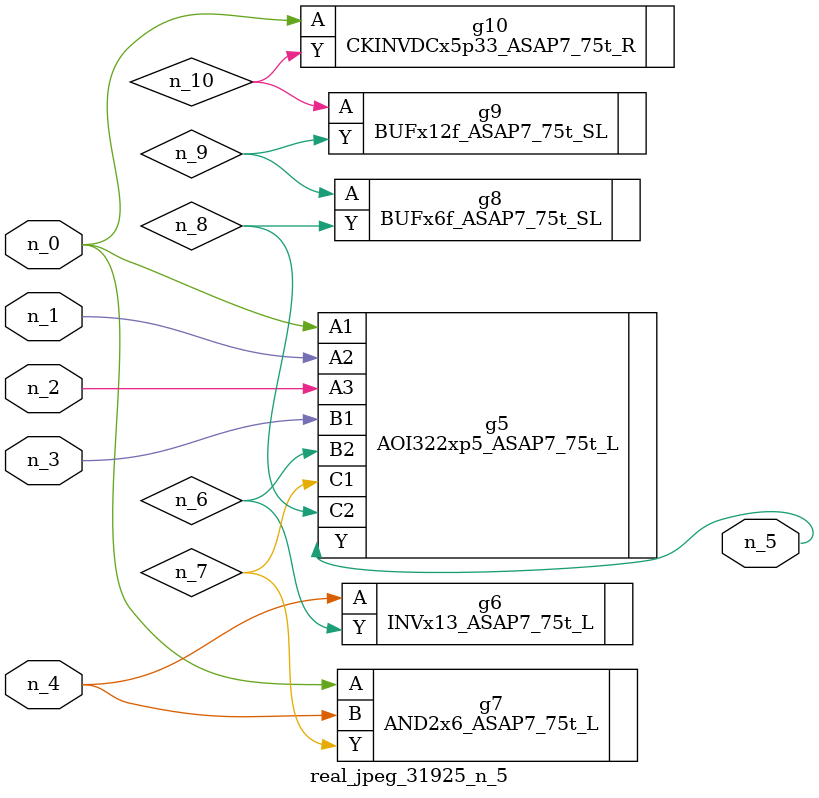
<source format=v>
module real_jpeg_31925_n_5 (n_4, n_0, n_1, n_2, n_3, n_5);

input n_4;
input n_0;
input n_1;
input n_2;
input n_3;

output n_5;

wire n_8;
wire n_6;
wire n_7;
wire n_10;
wire n_9;

AOI322xp5_ASAP7_75t_L g5 ( 
.A1(n_0),
.A2(n_1),
.A3(n_2),
.B1(n_3),
.B2(n_6),
.C1(n_7),
.C2(n_8),
.Y(n_5)
);

AND2x6_ASAP7_75t_L g7 ( 
.A(n_0),
.B(n_4),
.Y(n_7)
);

CKINVDCx5p33_ASAP7_75t_R g10 ( 
.A(n_0),
.Y(n_10)
);

INVx13_ASAP7_75t_L g6 ( 
.A(n_4),
.Y(n_6)
);

BUFx6f_ASAP7_75t_SL g8 ( 
.A(n_9),
.Y(n_8)
);

BUFx12f_ASAP7_75t_SL g9 ( 
.A(n_10),
.Y(n_9)
);


endmodule
</source>
